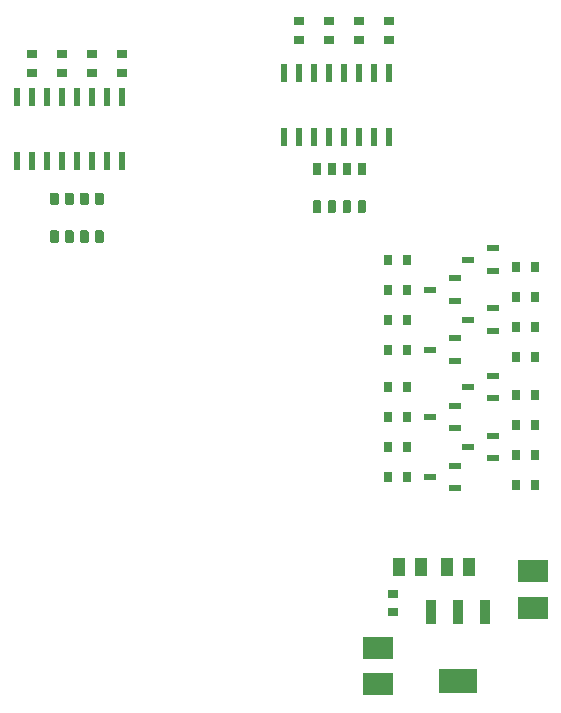
<source format=gtp>
G04 #@! TF.GenerationSoftware,KiCad,Pcbnew,(6.0.0-rc1-dev-1670-gc0cd4c03f)*
G04 #@! TF.CreationDate,2019-02-03T16:26:57-05:00
G04 #@! TF.ProjectId,AC_ISO_Board,41435f49-534f-45f4-926f-6172642e6b69,rev?*
G04 #@! TF.SameCoordinates,Original*
G04 #@! TF.FileFunction,Paste,Top*
G04 #@! TF.FilePolarity,Positive*
%FSLAX46Y46*%
G04 Gerber Fmt 4.6, Leading zero omitted, Abs format (unit mm)*
G04 Created by KiCad (PCBNEW (6.0.0-rc1-dev-1670-gc0cd4c03f)) date 2019-02-03 16:26:57*
%MOMM*%
%LPD*%
G04 APERTURE LIST*
%ADD10R,2.499360X1.950720*%
%ADD11R,1.000000X1.500000*%
%ADD12R,0.900000X0.700000*%
%ADD13R,1.000760X0.599440*%
%ADD14C,0.100000*%
%ADD15C,0.710000*%
%ADD16R,0.700000X0.900000*%
%ADD17R,0.950000X2.150000*%
%ADD18R,3.250000X2.150000*%
%ADD19R,0.600000X1.500000*%
G04 APERTURE END LIST*
D10*
X185420000Y-112115600D03*
X185420000Y-115214400D03*
D11*
X174056000Y-111760000D03*
X175956000Y-111760000D03*
D12*
X173609000Y-114058000D03*
X173609000Y-115558000D03*
D10*
X172339000Y-121691400D03*
X172339000Y-118592600D03*
D11*
X178120000Y-111760000D03*
X180020000Y-111760000D03*
D13*
X178856640Y-103187500D03*
X176743360Y-104140000D03*
X178856640Y-105092500D03*
X182031640Y-100647500D03*
X179918360Y-101600000D03*
X182031640Y-102552500D03*
X178856640Y-98107500D03*
X176743360Y-99060000D03*
X178856640Y-100012500D03*
X182031640Y-97472500D03*
X179918360Y-96520000D03*
X182031640Y-95567500D03*
X178856640Y-94297500D03*
X176743360Y-93345000D03*
X178856640Y-92392500D03*
X182031640Y-89852500D03*
X179918360Y-90805000D03*
X182031640Y-91757500D03*
X178856640Y-89217500D03*
X176743360Y-88265000D03*
X178856640Y-87312500D03*
X182031640Y-86677500D03*
X179918360Y-85725000D03*
X182031640Y-84772500D03*
D12*
X150622000Y-68288000D03*
X150622000Y-69888000D03*
X148082000Y-69888000D03*
X148082000Y-68288000D03*
X145542000Y-68288000D03*
X145542000Y-69888000D03*
X143002000Y-69888000D03*
X143002000Y-68288000D03*
X173228000Y-65494000D03*
X173228000Y-67094000D03*
X170688000Y-67094000D03*
X170688000Y-65494000D03*
X168148000Y-65494000D03*
X168148000Y-67094000D03*
X165608000Y-65494000D03*
X165608000Y-67094000D03*
D14*
G36*
X145138918Y-83244684D02*
G01*
X145152703Y-83246728D01*
X145166220Y-83250114D01*
X145179341Y-83254809D01*
X145191938Y-83260767D01*
X145203891Y-83267931D01*
X145215084Y-83276233D01*
X145225409Y-83285591D01*
X145234767Y-83295916D01*
X145243069Y-83307109D01*
X145250233Y-83319062D01*
X145256191Y-83331659D01*
X145260886Y-83344780D01*
X145264272Y-83358297D01*
X145266316Y-83372082D01*
X145267000Y-83386000D01*
X145267000Y-84152000D01*
X145266316Y-84165918D01*
X145264272Y-84179703D01*
X145260886Y-84193220D01*
X145256191Y-84206341D01*
X145250233Y-84218938D01*
X145243069Y-84230891D01*
X145234767Y-84242084D01*
X145225409Y-84252409D01*
X145215084Y-84261767D01*
X145203891Y-84270069D01*
X145191938Y-84277233D01*
X145179341Y-84283191D01*
X145166220Y-84287886D01*
X145152703Y-84291272D01*
X145138918Y-84293316D01*
X145125000Y-84294000D01*
X144699000Y-84294000D01*
X144685082Y-84293316D01*
X144671297Y-84291272D01*
X144657780Y-84287886D01*
X144644659Y-84283191D01*
X144632062Y-84277233D01*
X144620109Y-84270069D01*
X144608916Y-84261767D01*
X144598591Y-84252409D01*
X144589233Y-84242084D01*
X144580931Y-84230891D01*
X144573767Y-84218938D01*
X144567809Y-84206341D01*
X144563114Y-84193220D01*
X144559728Y-84179703D01*
X144557684Y-84165918D01*
X144557000Y-84152000D01*
X144557000Y-83386000D01*
X144557684Y-83372082D01*
X144559728Y-83358297D01*
X144563114Y-83344780D01*
X144567809Y-83331659D01*
X144573767Y-83319062D01*
X144580931Y-83307109D01*
X144589233Y-83295916D01*
X144598591Y-83285591D01*
X144608916Y-83276233D01*
X144620109Y-83267931D01*
X144632062Y-83260767D01*
X144644659Y-83254809D01*
X144657780Y-83250114D01*
X144671297Y-83246728D01*
X144685082Y-83244684D01*
X144699000Y-83244000D01*
X145125000Y-83244000D01*
X145138918Y-83244684D01*
X145138918Y-83244684D01*
G37*
D15*
X144912000Y-83769000D03*
D14*
G36*
X146403918Y-83244684D02*
G01*
X146417703Y-83246728D01*
X146431220Y-83250114D01*
X146444341Y-83254809D01*
X146456938Y-83260767D01*
X146468891Y-83267931D01*
X146480084Y-83276233D01*
X146490409Y-83285591D01*
X146499767Y-83295916D01*
X146508069Y-83307109D01*
X146515233Y-83319062D01*
X146521191Y-83331659D01*
X146525886Y-83344780D01*
X146529272Y-83358297D01*
X146531316Y-83372082D01*
X146532000Y-83386000D01*
X146532000Y-84152000D01*
X146531316Y-84165918D01*
X146529272Y-84179703D01*
X146525886Y-84193220D01*
X146521191Y-84206341D01*
X146515233Y-84218938D01*
X146508069Y-84230891D01*
X146499767Y-84242084D01*
X146490409Y-84252409D01*
X146480084Y-84261767D01*
X146468891Y-84270069D01*
X146456938Y-84277233D01*
X146444341Y-84283191D01*
X146431220Y-84287886D01*
X146417703Y-84291272D01*
X146403918Y-84293316D01*
X146390000Y-84294000D01*
X145964000Y-84294000D01*
X145950082Y-84293316D01*
X145936297Y-84291272D01*
X145922780Y-84287886D01*
X145909659Y-84283191D01*
X145897062Y-84277233D01*
X145885109Y-84270069D01*
X145873916Y-84261767D01*
X145863591Y-84252409D01*
X145854233Y-84242084D01*
X145845931Y-84230891D01*
X145838767Y-84218938D01*
X145832809Y-84206341D01*
X145828114Y-84193220D01*
X145824728Y-84179703D01*
X145822684Y-84165918D01*
X145822000Y-84152000D01*
X145822000Y-83386000D01*
X145822684Y-83372082D01*
X145824728Y-83358297D01*
X145828114Y-83344780D01*
X145832809Y-83331659D01*
X145838767Y-83319062D01*
X145845931Y-83307109D01*
X145854233Y-83295916D01*
X145863591Y-83285591D01*
X145873916Y-83276233D01*
X145885109Y-83267931D01*
X145897062Y-83260767D01*
X145909659Y-83254809D01*
X145922780Y-83250114D01*
X145936297Y-83246728D01*
X145950082Y-83244684D01*
X145964000Y-83244000D01*
X146390000Y-83244000D01*
X146403918Y-83244684D01*
X146403918Y-83244684D01*
G37*
D15*
X146177000Y-83769000D03*
D14*
G36*
X147673918Y-83244684D02*
G01*
X147687703Y-83246728D01*
X147701220Y-83250114D01*
X147714341Y-83254809D01*
X147726938Y-83260767D01*
X147738891Y-83267931D01*
X147750084Y-83276233D01*
X147760409Y-83285591D01*
X147769767Y-83295916D01*
X147778069Y-83307109D01*
X147785233Y-83319062D01*
X147791191Y-83331659D01*
X147795886Y-83344780D01*
X147799272Y-83358297D01*
X147801316Y-83372082D01*
X147802000Y-83386000D01*
X147802000Y-84152000D01*
X147801316Y-84165918D01*
X147799272Y-84179703D01*
X147795886Y-84193220D01*
X147791191Y-84206341D01*
X147785233Y-84218938D01*
X147778069Y-84230891D01*
X147769767Y-84242084D01*
X147760409Y-84252409D01*
X147750084Y-84261767D01*
X147738891Y-84270069D01*
X147726938Y-84277233D01*
X147714341Y-84283191D01*
X147701220Y-84287886D01*
X147687703Y-84291272D01*
X147673918Y-84293316D01*
X147660000Y-84294000D01*
X147234000Y-84294000D01*
X147220082Y-84293316D01*
X147206297Y-84291272D01*
X147192780Y-84287886D01*
X147179659Y-84283191D01*
X147167062Y-84277233D01*
X147155109Y-84270069D01*
X147143916Y-84261767D01*
X147133591Y-84252409D01*
X147124233Y-84242084D01*
X147115931Y-84230891D01*
X147108767Y-84218938D01*
X147102809Y-84206341D01*
X147098114Y-84193220D01*
X147094728Y-84179703D01*
X147092684Y-84165918D01*
X147092000Y-84152000D01*
X147092000Y-83386000D01*
X147092684Y-83372082D01*
X147094728Y-83358297D01*
X147098114Y-83344780D01*
X147102809Y-83331659D01*
X147108767Y-83319062D01*
X147115931Y-83307109D01*
X147124233Y-83295916D01*
X147133591Y-83285591D01*
X147143916Y-83276233D01*
X147155109Y-83267931D01*
X147167062Y-83260767D01*
X147179659Y-83254809D01*
X147192780Y-83250114D01*
X147206297Y-83246728D01*
X147220082Y-83244684D01*
X147234000Y-83244000D01*
X147660000Y-83244000D01*
X147673918Y-83244684D01*
X147673918Y-83244684D01*
G37*
D15*
X147447000Y-83769000D03*
D14*
G36*
X148938918Y-83244684D02*
G01*
X148952703Y-83246728D01*
X148966220Y-83250114D01*
X148979341Y-83254809D01*
X148991938Y-83260767D01*
X149003891Y-83267931D01*
X149015084Y-83276233D01*
X149025409Y-83285591D01*
X149034767Y-83295916D01*
X149043069Y-83307109D01*
X149050233Y-83319062D01*
X149056191Y-83331659D01*
X149060886Y-83344780D01*
X149064272Y-83358297D01*
X149066316Y-83372082D01*
X149067000Y-83386000D01*
X149067000Y-84152000D01*
X149066316Y-84165918D01*
X149064272Y-84179703D01*
X149060886Y-84193220D01*
X149056191Y-84206341D01*
X149050233Y-84218938D01*
X149043069Y-84230891D01*
X149034767Y-84242084D01*
X149025409Y-84252409D01*
X149015084Y-84261767D01*
X149003891Y-84270069D01*
X148991938Y-84277233D01*
X148979341Y-84283191D01*
X148966220Y-84287886D01*
X148952703Y-84291272D01*
X148938918Y-84293316D01*
X148925000Y-84294000D01*
X148499000Y-84294000D01*
X148485082Y-84293316D01*
X148471297Y-84291272D01*
X148457780Y-84287886D01*
X148444659Y-84283191D01*
X148432062Y-84277233D01*
X148420109Y-84270069D01*
X148408916Y-84261767D01*
X148398591Y-84252409D01*
X148389233Y-84242084D01*
X148380931Y-84230891D01*
X148373767Y-84218938D01*
X148367809Y-84206341D01*
X148363114Y-84193220D01*
X148359728Y-84179703D01*
X148357684Y-84165918D01*
X148357000Y-84152000D01*
X148357000Y-83386000D01*
X148357684Y-83372082D01*
X148359728Y-83358297D01*
X148363114Y-83344780D01*
X148367809Y-83331659D01*
X148373767Y-83319062D01*
X148380931Y-83307109D01*
X148389233Y-83295916D01*
X148398591Y-83285591D01*
X148408916Y-83276233D01*
X148420109Y-83267931D01*
X148432062Y-83260767D01*
X148444659Y-83254809D01*
X148457780Y-83250114D01*
X148471297Y-83246728D01*
X148485082Y-83244684D01*
X148499000Y-83244000D01*
X148925000Y-83244000D01*
X148938918Y-83244684D01*
X148938918Y-83244684D01*
G37*
D15*
X148712000Y-83769000D03*
D14*
G36*
X148938918Y-80044684D02*
G01*
X148952703Y-80046728D01*
X148966220Y-80050114D01*
X148979341Y-80054809D01*
X148991938Y-80060767D01*
X149003891Y-80067931D01*
X149015084Y-80076233D01*
X149025409Y-80085591D01*
X149034767Y-80095916D01*
X149043069Y-80107109D01*
X149050233Y-80119062D01*
X149056191Y-80131659D01*
X149060886Y-80144780D01*
X149064272Y-80158297D01*
X149066316Y-80172082D01*
X149067000Y-80186000D01*
X149067000Y-80952000D01*
X149066316Y-80965918D01*
X149064272Y-80979703D01*
X149060886Y-80993220D01*
X149056191Y-81006341D01*
X149050233Y-81018938D01*
X149043069Y-81030891D01*
X149034767Y-81042084D01*
X149025409Y-81052409D01*
X149015084Y-81061767D01*
X149003891Y-81070069D01*
X148991938Y-81077233D01*
X148979341Y-81083191D01*
X148966220Y-81087886D01*
X148952703Y-81091272D01*
X148938918Y-81093316D01*
X148925000Y-81094000D01*
X148499000Y-81094000D01*
X148485082Y-81093316D01*
X148471297Y-81091272D01*
X148457780Y-81087886D01*
X148444659Y-81083191D01*
X148432062Y-81077233D01*
X148420109Y-81070069D01*
X148408916Y-81061767D01*
X148398591Y-81052409D01*
X148389233Y-81042084D01*
X148380931Y-81030891D01*
X148373767Y-81018938D01*
X148367809Y-81006341D01*
X148363114Y-80993220D01*
X148359728Y-80979703D01*
X148357684Y-80965918D01*
X148357000Y-80952000D01*
X148357000Y-80186000D01*
X148357684Y-80172082D01*
X148359728Y-80158297D01*
X148363114Y-80144780D01*
X148367809Y-80131659D01*
X148373767Y-80119062D01*
X148380931Y-80107109D01*
X148389233Y-80095916D01*
X148398591Y-80085591D01*
X148408916Y-80076233D01*
X148420109Y-80067931D01*
X148432062Y-80060767D01*
X148444659Y-80054809D01*
X148457780Y-80050114D01*
X148471297Y-80046728D01*
X148485082Y-80044684D01*
X148499000Y-80044000D01*
X148925000Y-80044000D01*
X148938918Y-80044684D01*
X148938918Y-80044684D01*
G37*
D15*
X148712000Y-80569000D03*
D14*
G36*
X147673918Y-80044684D02*
G01*
X147687703Y-80046728D01*
X147701220Y-80050114D01*
X147714341Y-80054809D01*
X147726938Y-80060767D01*
X147738891Y-80067931D01*
X147750084Y-80076233D01*
X147760409Y-80085591D01*
X147769767Y-80095916D01*
X147778069Y-80107109D01*
X147785233Y-80119062D01*
X147791191Y-80131659D01*
X147795886Y-80144780D01*
X147799272Y-80158297D01*
X147801316Y-80172082D01*
X147802000Y-80186000D01*
X147802000Y-80952000D01*
X147801316Y-80965918D01*
X147799272Y-80979703D01*
X147795886Y-80993220D01*
X147791191Y-81006341D01*
X147785233Y-81018938D01*
X147778069Y-81030891D01*
X147769767Y-81042084D01*
X147760409Y-81052409D01*
X147750084Y-81061767D01*
X147738891Y-81070069D01*
X147726938Y-81077233D01*
X147714341Y-81083191D01*
X147701220Y-81087886D01*
X147687703Y-81091272D01*
X147673918Y-81093316D01*
X147660000Y-81094000D01*
X147234000Y-81094000D01*
X147220082Y-81093316D01*
X147206297Y-81091272D01*
X147192780Y-81087886D01*
X147179659Y-81083191D01*
X147167062Y-81077233D01*
X147155109Y-81070069D01*
X147143916Y-81061767D01*
X147133591Y-81052409D01*
X147124233Y-81042084D01*
X147115931Y-81030891D01*
X147108767Y-81018938D01*
X147102809Y-81006341D01*
X147098114Y-80993220D01*
X147094728Y-80979703D01*
X147092684Y-80965918D01*
X147092000Y-80952000D01*
X147092000Y-80186000D01*
X147092684Y-80172082D01*
X147094728Y-80158297D01*
X147098114Y-80144780D01*
X147102809Y-80131659D01*
X147108767Y-80119062D01*
X147115931Y-80107109D01*
X147124233Y-80095916D01*
X147133591Y-80085591D01*
X147143916Y-80076233D01*
X147155109Y-80067931D01*
X147167062Y-80060767D01*
X147179659Y-80054809D01*
X147192780Y-80050114D01*
X147206297Y-80046728D01*
X147220082Y-80044684D01*
X147234000Y-80044000D01*
X147660000Y-80044000D01*
X147673918Y-80044684D01*
X147673918Y-80044684D01*
G37*
D15*
X147447000Y-80569000D03*
D14*
G36*
X146403918Y-80044684D02*
G01*
X146417703Y-80046728D01*
X146431220Y-80050114D01*
X146444341Y-80054809D01*
X146456938Y-80060767D01*
X146468891Y-80067931D01*
X146480084Y-80076233D01*
X146490409Y-80085591D01*
X146499767Y-80095916D01*
X146508069Y-80107109D01*
X146515233Y-80119062D01*
X146521191Y-80131659D01*
X146525886Y-80144780D01*
X146529272Y-80158297D01*
X146531316Y-80172082D01*
X146532000Y-80186000D01*
X146532000Y-80952000D01*
X146531316Y-80965918D01*
X146529272Y-80979703D01*
X146525886Y-80993220D01*
X146521191Y-81006341D01*
X146515233Y-81018938D01*
X146508069Y-81030891D01*
X146499767Y-81042084D01*
X146490409Y-81052409D01*
X146480084Y-81061767D01*
X146468891Y-81070069D01*
X146456938Y-81077233D01*
X146444341Y-81083191D01*
X146431220Y-81087886D01*
X146417703Y-81091272D01*
X146403918Y-81093316D01*
X146390000Y-81094000D01*
X145964000Y-81094000D01*
X145950082Y-81093316D01*
X145936297Y-81091272D01*
X145922780Y-81087886D01*
X145909659Y-81083191D01*
X145897062Y-81077233D01*
X145885109Y-81070069D01*
X145873916Y-81061767D01*
X145863591Y-81052409D01*
X145854233Y-81042084D01*
X145845931Y-81030891D01*
X145838767Y-81018938D01*
X145832809Y-81006341D01*
X145828114Y-80993220D01*
X145824728Y-80979703D01*
X145822684Y-80965918D01*
X145822000Y-80952000D01*
X145822000Y-80186000D01*
X145822684Y-80172082D01*
X145824728Y-80158297D01*
X145828114Y-80144780D01*
X145832809Y-80131659D01*
X145838767Y-80119062D01*
X145845931Y-80107109D01*
X145854233Y-80095916D01*
X145863591Y-80085591D01*
X145873916Y-80076233D01*
X145885109Y-80067931D01*
X145897062Y-80060767D01*
X145909659Y-80054809D01*
X145922780Y-80050114D01*
X145936297Y-80046728D01*
X145950082Y-80044684D01*
X145964000Y-80044000D01*
X146390000Y-80044000D01*
X146403918Y-80044684D01*
X146403918Y-80044684D01*
G37*
D15*
X146177000Y-80569000D03*
D14*
G36*
X145138918Y-80044684D02*
G01*
X145152703Y-80046728D01*
X145166220Y-80050114D01*
X145179341Y-80054809D01*
X145191938Y-80060767D01*
X145203891Y-80067931D01*
X145215084Y-80076233D01*
X145225409Y-80085591D01*
X145234767Y-80095916D01*
X145243069Y-80107109D01*
X145250233Y-80119062D01*
X145256191Y-80131659D01*
X145260886Y-80144780D01*
X145264272Y-80158297D01*
X145266316Y-80172082D01*
X145267000Y-80186000D01*
X145267000Y-80952000D01*
X145266316Y-80965918D01*
X145264272Y-80979703D01*
X145260886Y-80993220D01*
X145256191Y-81006341D01*
X145250233Y-81018938D01*
X145243069Y-81030891D01*
X145234767Y-81042084D01*
X145225409Y-81052409D01*
X145215084Y-81061767D01*
X145203891Y-81070069D01*
X145191938Y-81077233D01*
X145179341Y-81083191D01*
X145166220Y-81087886D01*
X145152703Y-81091272D01*
X145138918Y-81093316D01*
X145125000Y-81094000D01*
X144699000Y-81094000D01*
X144685082Y-81093316D01*
X144671297Y-81091272D01*
X144657780Y-81087886D01*
X144644659Y-81083191D01*
X144632062Y-81077233D01*
X144620109Y-81070069D01*
X144608916Y-81061767D01*
X144598591Y-81052409D01*
X144589233Y-81042084D01*
X144580931Y-81030891D01*
X144573767Y-81018938D01*
X144567809Y-81006341D01*
X144563114Y-80993220D01*
X144559728Y-80979703D01*
X144557684Y-80965918D01*
X144557000Y-80952000D01*
X144557000Y-80186000D01*
X144557684Y-80172082D01*
X144559728Y-80158297D01*
X144563114Y-80144780D01*
X144567809Y-80131659D01*
X144573767Y-80119062D01*
X144580931Y-80107109D01*
X144589233Y-80095916D01*
X144598591Y-80085591D01*
X144608916Y-80076233D01*
X144620109Y-80067931D01*
X144632062Y-80060767D01*
X144644659Y-80054809D01*
X144657780Y-80050114D01*
X144671297Y-80046728D01*
X144685082Y-80044684D01*
X144699000Y-80044000D01*
X145125000Y-80044000D01*
X145138918Y-80044684D01*
X145138918Y-80044684D01*
G37*
D15*
X144912000Y-80569000D03*
D14*
G36*
X167363918Y-77504684D02*
G01*
X167377703Y-77506728D01*
X167391220Y-77510114D01*
X167404341Y-77514809D01*
X167416938Y-77520767D01*
X167428891Y-77527931D01*
X167440084Y-77536233D01*
X167450409Y-77545591D01*
X167459767Y-77555916D01*
X167468069Y-77567109D01*
X167475233Y-77579062D01*
X167481191Y-77591659D01*
X167485886Y-77604780D01*
X167489272Y-77618297D01*
X167491316Y-77632082D01*
X167492000Y-77646000D01*
X167492000Y-78412000D01*
X167491316Y-78425918D01*
X167489272Y-78439703D01*
X167485886Y-78453220D01*
X167481191Y-78466341D01*
X167475233Y-78478938D01*
X167468069Y-78490891D01*
X167459767Y-78502084D01*
X167450409Y-78512409D01*
X167440084Y-78521767D01*
X167428891Y-78530069D01*
X167416938Y-78537233D01*
X167404341Y-78543191D01*
X167391220Y-78547886D01*
X167377703Y-78551272D01*
X167363918Y-78553316D01*
X167350000Y-78554000D01*
X166924000Y-78554000D01*
X166910082Y-78553316D01*
X166896297Y-78551272D01*
X166882780Y-78547886D01*
X166869659Y-78543191D01*
X166857062Y-78537233D01*
X166845109Y-78530069D01*
X166833916Y-78521767D01*
X166823591Y-78512409D01*
X166814233Y-78502084D01*
X166805931Y-78490891D01*
X166798767Y-78478938D01*
X166792809Y-78466341D01*
X166788114Y-78453220D01*
X166784728Y-78439703D01*
X166782684Y-78425918D01*
X166782000Y-78412000D01*
X166782000Y-77646000D01*
X166782684Y-77632082D01*
X166784728Y-77618297D01*
X166788114Y-77604780D01*
X166792809Y-77591659D01*
X166798767Y-77579062D01*
X166805931Y-77567109D01*
X166814233Y-77555916D01*
X166823591Y-77545591D01*
X166833916Y-77536233D01*
X166845109Y-77527931D01*
X166857062Y-77520767D01*
X166869659Y-77514809D01*
X166882780Y-77510114D01*
X166896297Y-77506728D01*
X166910082Y-77504684D01*
X166924000Y-77504000D01*
X167350000Y-77504000D01*
X167363918Y-77504684D01*
X167363918Y-77504684D01*
G37*
D15*
X167137000Y-78029000D03*
D14*
G36*
X168628918Y-77504684D02*
G01*
X168642703Y-77506728D01*
X168656220Y-77510114D01*
X168669341Y-77514809D01*
X168681938Y-77520767D01*
X168693891Y-77527931D01*
X168705084Y-77536233D01*
X168715409Y-77545591D01*
X168724767Y-77555916D01*
X168733069Y-77567109D01*
X168740233Y-77579062D01*
X168746191Y-77591659D01*
X168750886Y-77604780D01*
X168754272Y-77618297D01*
X168756316Y-77632082D01*
X168757000Y-77646000D01*
X168757000Y-78412000D01*
X168756316Y-78425918D01*
X168754272Y-78439703D01*
X168750886Y-78453220D01*
X168746191Y-78466341D01*
X168740233Y-78478938D01*
X168733069Y-78490891D01*
X168724767Y-78502084D01*
X168715409Y-78512409D01*
X168705084Y-78521767D01*
X168693891Y-78530069D01*
X168681938Y-78537233D01*
X168669341Y-78543191D01*
X168656220Y-78547886D01*
X168642703Y-78551272D01*
X168628918Y-78553316D01*
X168615000Y-78554000D01*
X168189000Y-78554000D01*
X168175082Y-78553316D01*
X168161297Y-78551272D01*
X168147780Y-78547886D01*
X168134659Y-78543191D01*
X168122062Y-78537233D01*
X168110109Y-78530069D01*
X168098916Y-78521767D01*
X168088591Y-78512409D01*
X168079233Y-78502084D01*
X168070931Y-78490891D01*
X168063767Y-78478938D01*
X168057809Y-78466341D01*
X168053114Y-78453220D01*
X168049728Y-78439703D01*
X168047684Y-78425918D01*
X168047000Y-78412000D01*
X168047000Y-77646000D01*
X168047684Y-77632082D01*
X168049728Y-77618297D01*
X168053114Y-77604780D01*
X168057809Y-77591659D01*
X168063767Y-77579062D01*
X168070931Y-77567109D01*
X168079233Y-77555916D01*
X168088591Y-77545591D01*
X168098916Y-77536233D01*
X168110109Y-77527931D01*
X168122062Y-77520767D01*
X168134659Y-77514809D01*
X168147780Y-77510114D01*
X168161297Y-77506728D01*
X168175082Y-77504684D01*
X168189000Y-77504000D01*
X168615000Y-77504000D01*
X168628918Y-77504684D01*
X168628918Y-77504684D01*
G37*
D15*
X168402000Y-78029000D03*
D14*
G36*
X169898918Y-77504684D02*
G01*
X169912703Y-77506728D01*
X169926220Y-77510114D01*
X169939341Y-77514809D01*
X169951938Y-77520767D01*
X169963891Y-77527931D01*
X169975084Y-77536233D01*
X169985409Y-77545591D01*
X169994767Y-77555916D01*
X170003069Y-77567109D01*
X170010233Y-77579062D01*
X170016191Y-77591659D01*
X170020886Y-77604780D01*
X170024272Y-77618297D01*
X170026316Y-77632082D01*
X170027000Y-77646000D01*
X170027000Y-78412000D01*
X170026316Y-78425918D01*
X170024272Y-78439703D01*
X170020886Y-78453220D01*
X170016191Y-78466341D01*
X170010233Y-78478938D01*
X170003069Y-78490891D01*
X169994767Y-78502084D01*
X169985409Y-78512409D01*
X169975084Y-78521767D01*
X169963891Y-78530069D01*
X169951938Y-78537233D01*
X169939341Y-78543191D01*
X169926220Y-78547886D01*
X169912703Y-78551272D01*
X169898918Y-78553316D01*
X169885000Y-78554000D01*
X169459000Y-78554000D01*
X169445082Y-78553316D01*
X169431297Y-78551272D01*
X169417780Y-78547886D01*
X169404659Y-78543191D01*
X169392062Y-78537233D01*
X169380109Y-78530069D01*
X169368916Y-78521767D01*
X169358591Y-78512409D01*
X169349233Y-78502084D01*
X169340931Y-78490891D01*
X169333767Y-78478938D01*
X169327809Y-78466341D01*
X169323114Y-78453220D01*
X169319728Y-78439703D01*
X169317684Y-78425918D01*
X169317000Y-78412000D01*
X169317000Y-77646000D01*
X169317684Y-77632082D01*
X169319728Y-77618297D01*
X169323114Y-77604780D01*
X169327809Y-77591659D01*
X169333767Y-77579062D01*
X169340931Y-77567109D01*
X169349233Y-77555916D01*
X169358591Y-77545591D01*
X169368916Y-77536233D01*
X169380109Y-77527931D01*
X169392062Y-77520767D01*
X169404659Y-77514809D01*
X169417780Y-77510114D01*
X169431297Y-77506728D01*
X169445082Y-77504684D01*
X169459000Y-77504000D01*
X169885000Y-77504000D01*
X169898918Y-77504684D01*
X169898918Y-77504684D01*
G37*
D15*
X169672000Y-78029000D03*
D14*
G36*
X171163918Y-77504684D02*
G01*
X171177703Y-77506728D01*
X171191220Y-77510114D01*
X171204341Y-77514809D01*
X171216938Y-77520767D01*
X171228891Y-77527931D01*
X171240084Y-77536233D01*
X171250409Y-77545591D01*
X171259767Y-77555916D01*
X171268069Y-77567109D01*
X171275233Y-77579062D01*
X171281191Y-77591659D01*
X171285886Y-77604780D01*
X171289272Y-77618297D01*
X171291316Y-77632082D01*
X171292000Y-77646000D01*
X171292000Y-78412000D01*
X171291316Y-78425918D01*
X171289272Y-78439703D01*
X171285886Y-78453220D01*
X171281191Y-78466341D01*
X171275233Y-78478938D01*
X171268069Y-78490891D01*
X171259767Y-78502084D01*
X171250409Y-78512409D01*
X171240084Y-78521767D01*
X171228891Y-78530069D01*
X171216938Y-78537233D01*
X171204341Y-78543191D01*
X171191220Y-78547886D01*
X171177703Y-78551272D01*
X171163918Y-78553316D01*
X171150000Y-78554000D01*
X170724000Y-78554000D01*
X170710082Y-78553316D01*
X170696297Y-78551272D01*
X170682780Y-78547886D01*
X170669659Y-78543191D01*
X170657062Y-78537233D01*
X170645109Y-78530069D01*
X170633916Y-78521767D01*
X170623591Y-78512409D01*
X170614233Y-78502084D01*
X170605931Y-78490891D01*
X170598767Y-78478938D01*
X170592809Y-78466341D01*
X170588114Y-78453220D01*
X170584728Y-78439703D01*
X170582684Y-78425918D01*
X170582000Y-78412000D01*
X170582000Y-77646000D01*
X170582684Y-77632082D01*
X170584728Y-77618297D01*
X170588114Y-77604780D01*
X170592809Y-77591659D01*
X170598767Y-77579062D01*
X170605931Y-77567109D01*
X170614233Y-77555916D01*
X170623591Y-77545591D01*
X170633916Y-77536233D01*
X170645109Y-77527931D01*
X170657062Y-77520767D01*
X170669659Y-77514809D01*
X170682780Y-77510114D01*
X170696297Y-77506728D01*
X170710082Y-77504684D01*
X170724000Y-77504000D01*
X171150000Y-77504000D01*
X171163918Y-77504684D01*
X171163918Y-77504684D01*
G37*
D15*
X170937000Y-78029000D03*
D14*
G36*
X171163918Y-80704684D02*
G01*
X171177703Y-80706728D01*
X171191220Y-80710114D01*
X171204341Y-80714809D01*
X171216938Y-80720767D01*
X171228891Y-80727931D01*
X171240084Y-80736233D01*
X171250409Y-80745591D01*
X171259767Y-80755916D01*
X171268069Y-80767109D01*
X171275233Y-80779062D01*
X171281191Y-80791659D01*
X171285886Y-80804780D01*
X171289272Y-80818297D01*
X171291316Y-80832082D01*
X171292000Y-80846000D01*
X171292000Y-81612000D01*
X171291316Y-81625918D01*
X171289272Y-81639703D01*
X171285886Y-81653220D01*
X171281191Y-81666341D01*
X171275233Y-81678938D01*
X171268069Y-81690891D01*
X171259767Y-81702084D01*
X171250409Y-81712409D01*
X171240084Y-81721767D01*
X171228891Y-81730069D01*
X171216938Y-81737233D01*
X171204341Y-81743191D01*
X171191220Y-81747886D01*
X171177703Y-81751272D01*
X171163918Y-81753316D01*
X171150000Y-81754000D01*
X170724000Y-81754000D01*
X170710082Y-81753316D01*
X170696297Y-81751272D01*
X170682780Y-81747886D01*
X170669659Y-81743191D01*
X170657062Y-81737233D01*
X170645109Y-81730069D01*
X170633916Y-81721767D01*
X170623591Y-81712409D01*
X170614233Y-81702084D01*
X170605931Y-81690891D01*
X170598767Y-81678938D01*
X170592809Y-81666341D01*
X170588114Y-81653220D01*
X170584728Y-81639703D01*
X170582684Y-81625918D01*
X170582000Y-81612000D01*
X170582000Y-80846000D01*
X170582684Y-80832082D01*
X170584728Y-80818297D01*
X170588114Y-80804780D01*
X170592809Y-80791659D01*
X170598767Y-80779062D01*
X170605931Y-80767109D01*
X170614233Y-80755916D01*
X170623591Y-80745591D01*
X170633916Y-80736233D01*
X170645109Y-80727931D01*
X170657062Y-80720767D01*
X170669659Y-80714809D01*
X170682780Y-80710114D01*
X170696297Y-80706728D01*
X170710082Y-80704684D01*
X170724000Y-80704000D01*
X171150000Y-80704000D01*
X171163918Y-80704684D01*
X171163918Y-80704684D01*
G37*
D15*
X170937000Y-81229000D03*
D14*
G36*
X169898918Y-80704684D02*
G01*
X169912703Y-80706728D01*
X169926220Y-80710114D01*
X169939341Y-80714809D01*
X169951938Y-80720767D01*
X169963891Y-80727931D01*
X169975084Y-80736233D01*
X169985409Y-80745591D01*
X169994767Y-80755916D01*
X170003069Y-80767109D01*
X170010233Y-80779062D01*
X170016191Y-80791659D01*
X170020886Y-80804780D01*
X170024272Y-80818297D01*
X170026316Y-80832082D01*
X170027000Y-80846000D01*
X170027000Y-81612000D01*
X170026316Y-81625918D01*
X170024272Y-81639703D01*
X170020886Y-81653220D01*
X170016191Y-81666341D01*
X170010233Y-81678938D01*
X170003069Y-81690891D01*
X169994767Y-81702084D01*
X169985409Y-81712409D01*
X169975084Y-81721767D01*
X169963891Y-81730069D01*
X169951938Y-81737233D01*
X169939341Y-81743191D01*
X169926220Y-81747886D01*
X169912703Y-81751272D01*
X169898918Y-81753316D01*
X169885000Y-81754000D01*
X169459000Y-81754000D01*
X169445082Y-81753316D01*
X169431297Y-81751272D01*
X169417780Y-81747886D01*
X169404659Y-81743191D01*
X169392062Y-81737233D01*
X169380109Y-81730069D01*
X169368916Y-81721767D01*
X169358591Y-81712409D01*
X169349233Y-81702084D01*
X169340931Y-81690891D01*
X169333767Y-81678938D01*
X169327809Y-81666341D01*
X169323114Y-81653220D01*
X169319728Y-81639703D01*
X169317684Y-81625918D01*
X169317000Y-81612000D01*
X169317000Y-80846000D01*
X169317684Y-80832082D01*
X169319728Y-80818297D01*
X169323114Y-80804780D01*
X169327809Y-80791659D01*
X169333767Y-80779062D01*
X169340931Y-80767109D01*
X169349233Y-80755916D01*
X169358591Y-80745591D01*
X169368916Y-80736233D01*
X169380109Y-80727931D01*
X169392062Y-80720767D01*
X169404659Y-80714809D01*
X169417780Y-80710114D01*
X169431297Y-80706728D01*
X169445082Y-80704684D01*
X169459000Y-80704000D01*
X169885000Y-80704000D01*
X169898918Y-80704684D01*
X169898918Y-80704684D01*
G37*
D15*
X169672000Y-81229000D03*
D14*
G36*
X168628918Y-80704684D02*
G01*
X168642703Y-80706728D01*
X168656220Y-80710114D01*
X168669341Y-80714809D01*
X168681938Y-80720767D01*
X168693891Y-80727931D01*
X168705084Y-80736233D01*
X168715409Y-80745591D01*
X168724767Y-80755916D01*
X168733069Y-80767109D01*
X168740233Y-80779062D01*
X168746191Y-80791659D01*
X168750886Y-80804780D01*
X168754272Y-80818297D01*
X168756316Y-80832082D01*
X168757000Y-80846000D01*
X168757000Y-81612000D01*
X168756316Y-81625918D01*
X168754272Y-81639703D01*
X168750886Y-81653220D01*
X168746191Y-81666341D01*
X168740233Y-81678938D01*
X168733069Y-81690891D01*
X168724767Y-81702084D01*
X168715409Y-81712409D01*
X168705084Y-81721767D01*
X168693891Y-81730069D01*
X168681938Y-81737233D01*
X168669341Y-81743191D01*
X168656220Y-81747886D01*
X168642703Y-81751272D01*
X168628918Y-81753316D01*
X168615000Y-81754000D01*
X168189000Y-81754000D01*
X168175082Y-81753316D01*
X168161297Y-81751272D01*
X168147780Y-81747886D01*
X168134659Y-81743191D01*
X168122062Y-81737233D01*
X168110109Y-81730069D01*
X168098916Y-81721767D01*
X168088591Y-81712409D01*
X168079233Y-81702084D01*
X168070931Y-81690891D01*
X168063767Y-81678938D01*
X168057809Y-81666341D01*
X168053114Y-81653220D01*
X168049728Y-81639703D01*
X168047684Y-81625918D01*
X168047000Y-81612000D01*
X168047000Y-80846000D01*
X168047684Y-80832082D01*
X168049728Y-80818297D01*
X168053114Y-80804780D01*
X168057809Y-80791659D01*
X168063767Y-80779062D01*
X168070931Y-80767109D01*
X168079233Y-80755916D01*
X168088591Y-80745591D01*
X168098916Y-80736233D01*
X168110109Y-80727931D01*
X168122062Y-80720767D01*
X168134659Y-80714809D01*
X168147780Y-80710114D01*
X168161297Y-80706728D01*
X168175082Y-80704684D01*
X168189000Y-80704000D01*
X168615000Y-80704000D01*
X168628918Y-80704684D01*
X168628918Y-80704684D01*
G37*
D15*
X168402000Y-81229000D03*
D14*
G36*
X167363918Y-80704684D02*
G01*
X167377703Y-80706728D01*
X167391220Y-80710114D01*
X167404341Y-80714809D01*
X167416938Y-80720767D01*
X167428891Y-80727931D01*
X167440084Y-80736233D01*
X167450409Y-80745591D01*
X167459767Y-80755916D01*
X167468069Y-80767109D01*
X167475233Y-80779062D01*
X167481191Y-80791659D01*
X167485886Y-80804780D01*
X167489272Y-80818297D01*
X167491316Y-80832082D01*
X167492000Y-80846000D01*
X167492000Y-81612000D01*
X167491316Y-81625918D01*
X167489272Y-81639703D01*
X167485886Y-81653220D01*
X167481191Y-81666341D01*
X167475233Y-81678938D01*
X167468069Y-81690891D01*
X167459767Y-81702084D01*
X167450409Y-81712409D01*
X167440084Y-81721767D01*
X167428891Y-81730069D01*
X167416938Y-81737233D01*
X167404341Y-81743191D01*
X167391220Y-81747886D01*
X167377703Y-81751272D01*
X167363918Y-81753316D01*
X167350000Y-81754000D01*
X166924000Y-81754000D01*
X166910082Y-81753316D01*
X166896297Y-81751272D01*
X166882780Y-81747886D01*
X166869659Y-81743191D01*
X166857062Y-81737233D01*
X166845109Y-81730069D01*
X166833916Y-81721767D01*
X166823591Y-81712409D01*
X166814233Y-81702084D01*
X166805931Y-81690891D01*
X166798767Y-81678938D01*
X166792809Y-81666341D01*
X166788114Y-81653220D01*
X166784728Y-81639703D01*
X166782684Y-81625918D01*
X166782000Y-81612000D01*
X166782000Y-80846000D01*
X166782684Y-80832082D01*
X166784728Y-80818297D01*
X166788114Y-80804780D01*
X166792809Y-80791659D01*
X166798767Y-80779062D01*
X166805931Y-80767109D01*
X166814233Y-80755916D01*
X166823591Y-80745591D01*
X166833916Y-80736233D01*
X166845109Y-80727931D01*
X166857062Y-80720767D01*
X166869659Y-80714809D01*
X166882780Y-80710114D01*
X166896297Y-80706728D01*
X166910082Y-80704684D01*
X166924000Y-80704000D01*
X167350000Y-80704000D01*
X167363918Y-80704684D01*
X167363918Y-80704684D01*
G37*
D15*
X167137000Y-81229000D03*
D16*
X183985000Y-104775000D03*
X185585000Y-104775000D03*
X183985000Y-102235000D03*
X185585000Y-102235000D03*
X183985000Y-99695000D03*
X185585000Y-99695000D03*
X185585000Y-97155000D03*
X183985000Y-97155000D03*
X183985000Y-93980000D03*
X185585000Y-93980000D03*
X183985000Y-91440000D03*
X185585000Y-91440000D03*
X185585000Y-88900000D03*
X183985000Y-88900000D03*
X185585000Y-86360000D03*
X183985000Y-86360000D03*
X173190000Y-104140000D03*
X174790000Y-104140000D03*
X173190000Y-101600000D03*
X174790000Y-101600000D03*
X173190000Y-99060000D03*
X174790000Y-99060000D03*
X174790000Y-96520000D03*
X173190000Y-96520000D03*
X173190000Y-93345000D03*
X174790000Y-93345000D03*
X174790000Y-90805000D03*
X173190000Y-90805000D03*
X173190000Y-88265000D03*
X174790000Y-88265000D03*
X173190000Y-85725000D03*
X174790000Y-85725000D03*
D17*
X181370000Y-115570000D03*
X179070000Y-115570000D03*
X176770000Y-115570000D03*
D18*
X179070000Y-121370000D03*
D19*
X150622000Y-77376000D03*
X149352000Y-77376000D03*
X148082000Y-77376000D03*
X146812000Y-77376000D03*
X145542000Y-77376000D03*
X144272000Y-77376000D03*
X143002000Y-77376000D03*
X141732000Y-77376000D03*
X141732000Y-71976000D03*
X143002000Y-71976000D03*
X144272000Y-71976000D03*
X145542000Y-71976000D03*
X146812000Y-71976000D03*
X148082000Y-71976000D03*
X149352000Y-71976000D03*
X150622000Y-71976000D03*
X173228000Y-69944000D03*
X171958000Y-69944000D03*
X170688000Y-69944000D03*
X169418000Y-69944000D03*
X168148000Y-69944000D03*
X166878000Y-69944000D03*
X165608000Y-69944000D03*
X164338000Y-69944000D03*
X164338000Y-75344000D03*
X165608000Y-75344000D03*
X166878000Y-75344000D03*
X168148000Y-75344000D03*
X169418000Y-75344000D03*
X170688000Y-75344000D03*
X171958000Y-75344000D03*
X173228000Y-75344000D03*
M02*

</source>
